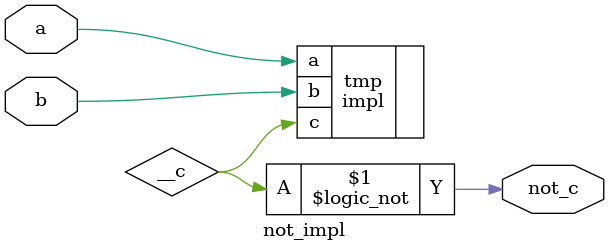
<source format=sv>

`ifndef NOT_IMPL_SV
`define NOT_IMPL_SV

`include "code/impl.sv"

module not_impl (
    input logic a,
    input logic b,
    output logic not_c
);

    logic __c;

    impl tmp(
        .a(a),
        .b(b),
        .c(__c)
    );

    assign not_c = !__c;

endmodule

`endif

</source>
